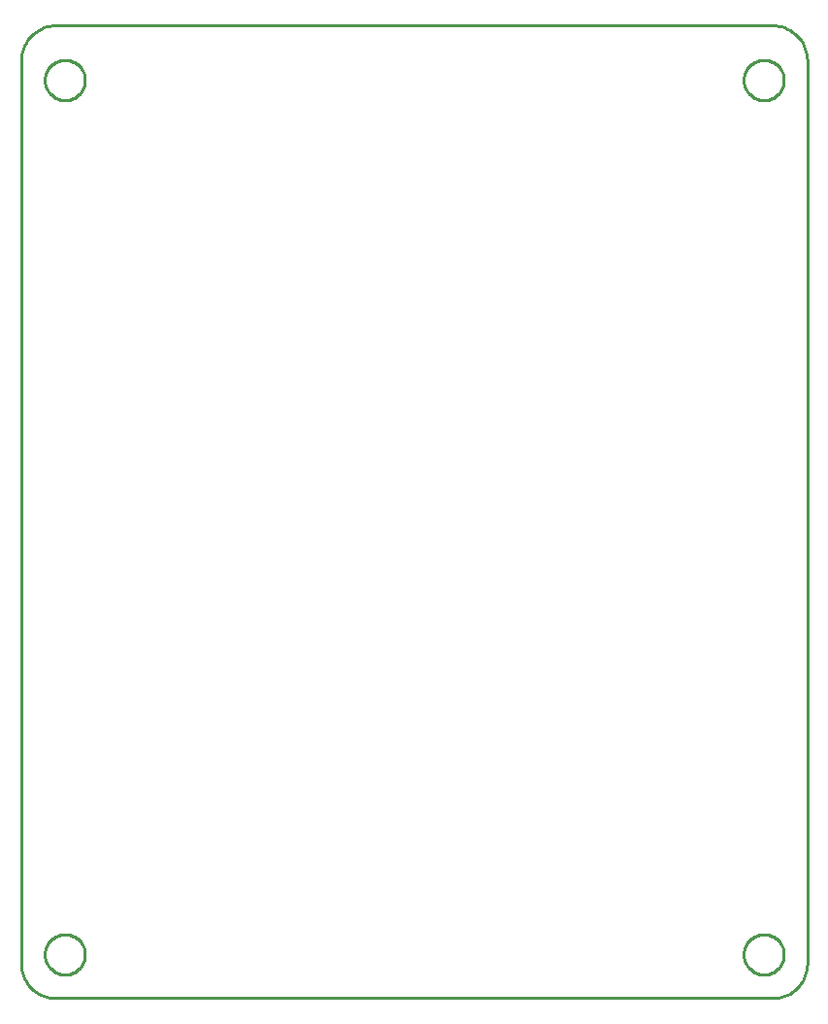
<source format=gbr>
G04 EAGLE Gerber RS-274X export*
G75*
%MOMM*%
%FSLAX34Y34*%
%LPD*%
%IN*%
%IPPOS*%
%AMOC8*
5,1,8,0,0,1.08239X$1,22.5*%
G01*
%ADD10C,0.254000*%


D10*
X0Y30000D02*
X114Y27385D01*
X456Y24791D01*
X1022Y22235D01*
X1809Y19739D01*
X2811Y17321D01*
X4019Y15000D01*
X5425Y12793D01*
X7019Y10716D01*
X8787Y8787D01*
X10716Y7019D01*
X12793Y5425D01*
X15000Y4019D01*
X17321Y2811D01*
X19739Y1809D01*
X22235Y1022D01*
X24791Y456D01*
X27385Y114D01*
X30000Y0D01*
X655600Y0D01*
X658215Y114D01*
X660809Y456D01*
X663365Y1022D01*
X665861Y1809D01*
X668279Y2811D01*
X670600Y4019D01*
X672807Y5425D01*
X674884Y7019D01*
X676813Y8787D01*
X678581Y10716D01*
X680175Y12793D01*
X681581Y15000D01*
X682789Y17321D01*
X683791Y19739D01*
X684578Y22235D01*
X685144Y24791D01*
X685486Y27385D01*
X685600Y30000D01*
X685600Y817600D01*
X685486Y820215D01*
X685144Y822809D01*
X684578Y825365D01*
X683791Y827861D01*
X682789Y830279D01*
X681581Y832600D01*
X680175Y834807D01*
X678581Y836884D01*
X676813Y838813D01*
X674884Y840581D01*
X672807Y842175D01*
X670600Y843581D01*
X668279Y844789D01*
X665861Y845791D01*
X663365Y846578D01*
X660809Y847144D01*
X658215Y847486D01*
X655600Y847600D01*
X30000Y847600D01*
X27385Y847486D01*
X24791Y847144D01*
X22235Y846578D01*
X19739Y845791D01*
X17321Y844789D01*
X15000Y843581D01*
X12793Y842175D01*
X10716Y840581D01*
X8787Y838813D01*
X7019Y836884D01*
X5425Y834807D01*
X4019Y832600D01*
X2811Y830279D01*
X1809Y827861D01*
X1022Y825365D01*
X456Y822809D01*
X114Y820215D01*
X0Y817600D01*
X0Y30000D01*
X55600Y799527D02*
X55525Y798384D01*
X55376Y797248D01*
X55152Y796124D01*
X54855Y795017D01*
X54487Y793932D01*
X54049Y792874D01*
X53542Y791846D01*
X52969Y790854D01*
X52332Y789901D01*
X51635Y788992D01*
X50879Y788131D01*
X50069Y787321D01*
X49208Y786565D01*
X48299Y785868D01*
X47346Y785231D01*
X46354Y784658D01*
X45326Y784151D01*
X44268Y783713D01*
X43183Y783345D01*
X42076Y783048D01*
X40952Y782825D01*
X39816Y782675D01*
X38673Y782600D01*
X37527Y782600D01*
X36384Y782675D01*
X35248Y782825D01*
X34124Y783048D01*
X33017Y783345D01*
X31932Y783713D01*
X30874Y784151D01*
X29846Y784658D01*
X28854Y785231D01*
X27901Y785868D01*
X26992Y786565D01*
X26131Y787321D01*
X25321Y788131D01*
X24565Y788992D01*
X23868Y789901D01*
X23231Y790854D01*
X22658Y791846D01*
X22151Y792874D01*
X21713Y793932D01*
X21345Y795017D01*
X21048Y796124D01*
X20825Y797248D01*
X20675Y798384D01*
X20600Y799527D01*
X20600Y800673D01*
X20675Y801816D01*
X20825Y802952D01*
X21048Y804076D01*
X21345Y805183D01*
X21713Y806268D01*
X22151Y807326D01*
X22658Y808354D01*
X23231Y809346D01*
X23868Y810299D01*
X24565Y811208D01*
X25321Y812069D01*
X26131Y812879D01*
X26992Y813635D01*
X27901Y814332D01*
X28854Y814969D01*
X29846Y815542D01*
X30874Y816049D01*
X31932Y816487D01*
X33017Y816855D01*
X34124Y817152D01*
X35248Y817376D01*
X36384Y817525D01*
X37527Y817600D01*
X38673Y817600D01*
X39816Y817525D01*
X40952Y817376D01*
X42076Y817152D01*
X43183Y816855D01*
X44268Y816487D01*
X45326Y816049D01*
X46354Y815542D01*
X47346Y814969D01*
X48299Y814332D01*
X49208Y813635D01*
X50069Y812879D01*
X50879Y812069D01*
X51635Y811208D01*
X52332Y810299D01*
X52969Y809346D01*
X53542Y808354D01*
X54049Y807326D01*
X54487Y806268D01*
X54855Y805183D01*
X55152Y804076D01*
X55376Y802952D01*
X55525Y801816D01*
X55600Y800673D01*
X55600Y799527D01*
X55600Y37527D02*
X55525Y36384D01*
X55376Y35248D01*
X55152Y34124D01*
X54855Y33017D01*
X54487Y31932D01*
X54049Y30874D01*
X53542Y29846D01*
X52969Y28854D01*
X52332Y27901D01*
X51635Y26992D01*
X50879Y26131D01*
X50069Y25321D01*
X49208Y24565D01*
X48299Y23868D01*
X47346Y23231D01*
X46354Y22658D01*
X45326Y22151D01*
X44268Y21713D01*
X43183Y21345D01*
X42076Y21048D01*
X40952Y20825D01*
X39816Y20675D01*
X38673Y20600D01*
X37527Y20600D01*
X36384Y20675D01*
X35248Y20825D01*
X34124Y21048D01*
X33017Y21345D01*
X31932Y21713D01*
X30874Y22151D01*
X29846Y22658D01*
X28854Y23231D01*
X27901Y23868D01*
X26992Y24565D01*
X26131Y25321D01*
X25321Y26131D01*
X24565Y26992D01*
X23868Y27901D01*
X23231Y28854D01*
X22658Y29846D01*
X22151Y30874D01*
X21713Y31932D01*
X21345Y33017D01*
X21048Y34124D01*
X20825Y35248D01*
X20675Y36384D01*
X20600Y37527D01*
X20600Y38673D01*
X20675Y39816D01*
X20825Y40952D01*
X21048Y42076D01*
X21345Y43183D01*
X21713Y44268D01*
X22151Y45326D01*
X22658Y46354D01*
X23231Y47346D01*
X23868Y48299D01*
X24565Y49208D01*
X25321Y50069D01*
X26131Y50879D01*
X26992Y51635D01*
X27901Y52332D01*
X28854Y52969D01*
X29846Y53542D01*
X30874Y54049D01*
X31932Y54487D01*
X33017Y54855D01*
X34124Y55152D01*
X35248Y55376D01*
X36384Y55525D01*
X37527Y55600D01*
X38673Y55600D01*
X39816Y55525D01*
X40952Y55376D01*
X42076Y55152D01*
X43183Y54855D01*
X44268Y54487D01*
X45326Y54049D01*
X46354Y53542D01*
X47346Y52969D01*
X48299Y52332D01*
X49208Y51635D01*
X50069Y50879D01*
X50879Y50069D01*
X51635Y49208D01*
X52332Y48299D01*
X52969Y47346D01*
X53542Y46354D01*
X54049Y45326D01*
X54487Y44268D01*
X54855Y43183D01*
X55152Y42076D01*
X55376Y40952D01*
X55525Y39816D01*
X55600Y38673D01*
X55600Y37527D01*
X665200Y37527D02*
X665125Y36384D01*
X664976Y35248D01*
X664752Y34124D01*
X664455Y33017D01*
X664087Y31932D01*
X663649Y30874D01*
X663142Y29846D01*
X662569Y28854D01*
X661932Y27901D01*
X661235Y26992D01*
X660479Y26131D01*
X659669Y25321D01*
X658808Y24565D01*
X657899Y23868D01*
X656946Y23231D01*
X655954Y22658D01*
X654926Y22151D01*
X653868Y21713D01*
X652783Y21345D01*
X651676Y21048D01*
X650552Y20825D01*
X649416Y20675D01*
X648273Y20600D01*
X647127Y20600D01*
X645984Y20675D01*
X644848Y20825D01*
X643724Y21048D01*
X642617Y21345D01*
X641532Y21713D01*
X640474Y22151D01*
X639446Y22658D01*
X638454Y23231D01*
X637501Y23868D01*
X636592Y24565D01*
X635731Y25321D01*
X634921Y26131D01*
X634165Y26992D01*
X633468Y27901D01*
X632831Y28854D01*
X632258Y29846D01*
X631751Y30874D01*
X631313Y31932D01*
X630945Y33017D01*
X630648Y34124D01*
X630425Y35248D01*
X630275Y36384D01*
X630200Y37527D01*
X630200Y38673D01*
X630275Y39816D01*
X630425Y40952D01*
X630648Y42076D01*
X630945Y43183D01*
X631313Y44268D01*
X631751Y45326D01*
X632258Y46354D01*
X632831Y47346D01*
X633468Y48299D01*
X634165Y49208D01*
X634921Y50069D01*
X635731Y50879D01*
X636592Y51635D01*
X637501Y52332D01*
X638454Y52969D01*
X639446Y53542D01*
X640474Y54049D01*
X641532Y54487D01*
X642617Y54855D01*
X643724Y55152D01*
X644848Y55376D01*
X645984Y55525D01*
X647127Y55600D01*
X648273Y55600D01*
X649416Y55525D01*
X650552Y55376D01*
X651676Y55152D01*
X652783Y54855D01*
X653868Y54487D01*
X654926Y54049D01*
X655954Y53542D01*
X656946Y52969D01*
X657899Y52332D01*
X658808Y51635D01*
X659669Y50879D01*
X660479Y50069D01*
X661235Y49208D01*
X661932Y48299D01*
X662569Y47346D01*
X663142Y46354D01*
X663649Y45326D01*
X664087Y44268D01*
X664455Y43183D01*
X664752Y42076D01*
X664976Y40952D01*
X665125Y39816D01*
X665200Y38673D01*
X665200Y37527D01*
X665200Y799527D02*
X665125Y798384D01*
X664976Y797248D01*
X664752Y796124D01*
X664455Y795017D01*
X664087Y793932D01*
X663649Y792874D01*
X663142Y791846D01*
X662569Y790854D01*
X661932Y789901D01*
X661235Y788992D01*
X660479Y788131D01*
X659669Y787321D01*
X658808Y786565D01*
X657899Y785868D01*
X656946Y785231D01*
X655954Y784658D01*
X654926Y784151D01*
X653868Y783713D01*
X652783Y783345D01*
X651676Y783048D01*
X650552Y782825D01*
X649416Y782675D01*
X648273Y782600D01*
X647127Y782600D01*
X645984Y782675D01*
X644848Y782825D01*
X643724Y783048D01*
X642617Y783345D01*
X641532Y783713D01*
X640474Y784151D01*
X639446Y784658D01*
X638454Y785231D01*
X637501Y785868D01*
X636592Y786565D01*
X635731Y787321D01*
X634921Y788131D01*
X634165Y788992D01*
X633468Y789901D01*
X632831Y790854D01*
X632258Y791846D01*
X631751Y792874D01*
X631313Y793932D01*
X630945Y795017D01*
X630648Y796124D01*
X630425Y797248D01*
X630275Y798384D01*
X630200Y799527D01*
X630200Y800673D01*
X630275Y801816D01*
X630425Y802952D01*
X630648Y804076D01*
X630945Y805183D01*
X631313Y806268D01*
X631751Y807326D01*
X632258Y808354D01*
X632831Y809346D01*
X633468Y810299D01*
X634165Y811208D01*
X634921Y812069D01*
X635731Y812879D01*
X636592Y813635D01*
X637501Y814332D01*
X638454Y814969D01*
X639446Y815542D01*
X640474Y816049D01*
X641532Y816487D01*
X642617Y816855D01*
X643724Y817152D01*
X644848Y817376D01*
X645984Y817525D01*
X647127Y817600D01*
X648273Y817600D01*
X649416Y817525D01*
X650552Y817376D01*
X651676Y817152D01*
X652783Y816855D01*
X653868Y816487D01*
X654926Y816049D01*
X655954Y815542D01*
X656946Y814969D01*
X657899Y814332D01*
X658808Y813635D01*
X659669Y812879D01*
X660479Y812069D01*
X661235Y811208D01*
X661932Y810299D01*
X662569Y809346D01*
X663142Y808354D01*
X663649Y807326D01*
X664087Y806268D01*
X664455Y805183D01*
X664752Y804076D01*
X664976Y802952D01*
X665125Y801816D01*
X665200Y800673D01*
X665200Y799527D01*
M02*

</source>
